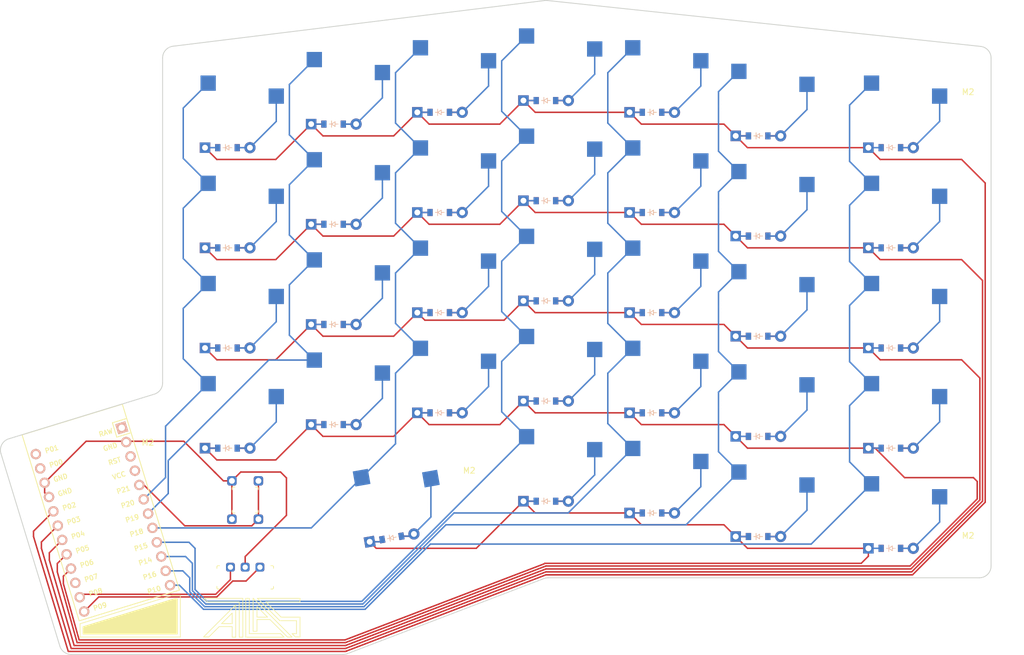
<source format=kicad_pcb>
(kicad_pcb (version 20241229) (generator "pcbnew") (generator_version "9.0")
  (title_block (title "atlasright") (rev "v1.0.0") (company "Unknown"))
  (layers (0 "F.Cu" signal) (2 "B.Cu" signal) (13 "F.Paste" user) (15 "B.Paste" user) (5 "F.SilkS" user "F.Silkscreen") (7 "B.SilkS" user "B.Silkscreen") (1 "F.Mask" user) (3 "B.Mask" user) (25 "Edge.Cuts" user))
  (net 0 "")
  (net 1 "P10")
  (net 2 "mirror_outer_mod")
  (net 3 "mirror_outer_bottom")
  (net 4 "mirror_outer_home")
  (net 5 "mirror_outer_top")
  (net 6 "mirror_outer_numbers")
  (net 7 "P16")
  (net 8 "mirror_pinky_mod")
  (net 9 "mirror_pinky_bottom")
  (net 10 "mirror_pinky_home")
  (net 11 "mirror_pinky_top")
  (net 12 "mirror_pinky_numbers")
  (net 13 "P14")
  (net 14 "mirror_ring_mod")
  (net 15 "mirror_ring_bottom")
  (net 16 "mirror_ring_home")
  (net 17 "mirror_ring_top")
  (net 18 "mirror_ring_numbers")
  (net 19 "P15")
  (net 20 "mirror_middle_mod")
  (net 21 "mirror_middle_bottom")
  (net 22 "mirror_middle_home")
  (net 23 "mirror_middle_top")
  (net 24 "mirror_middle_numbers")
  (net 25 "P18")
  (net 26 "mirror_index_bottom")
  (net 27 "mirror_index_home")
  (net 28 "mirror_index_top")
  (net 29 "mirror_index_numbers")
  (net 30 "P19")
  (net 31 "mirror_inner_bottom")
  (net 32 "mirror_inner_home")
  (net 33 "mirror_inner_top")
  (net 34 "mirror_inner_numbers")
  (net 35 "P20")
  (net 36 "mirror_inner2_bottom")
  (net 37 "mirror_inner2_home")
  (net 38 "mirror_inner2_top")
  (net 39 "mirror_inner2_numbers")
  (net 40 "mirror_default_default")
  (net 41 "P6")
  (net 42 "P5")
  (net 43 "P4")
  (net 44 "P3")
  (net 45 "P2")
  (net 46 "RAW")
  (net 47 "GND")
  (net 48 "RST")
  (net 49 "VCC")
  (net 50 "P21")
  (net 51 "P1")
  (net 52 "P0")
  (net 53 "P7")
  (net 54 "P8")
  (net 55 "P9")
  (footprint "ProMicro" (layer "F.Cu") (at 171.125585 149.114572 -72.949)
    (property "Reference" "MCU1" (hide yes))
    (property "Value" "" (hide yes))
  )
  (footprint "PG1350" (layer "F.Cu") (at 210.2444 110.984)
    (property "Reference" "S26" (hide yes))
    (property "Value" "" (hide yes))
  )
  (footprint "ComboDiode" (layer "F.Cu") (at 264.2444 147.984)
    (property "Reference" "D11" (hide yes))
    (property "Value" "" (hide yes))
  )
  (footprint "ComboDiode" (layer "F.Cu") (at 246.2444 128.984)
    (property "Reference" "D17" (hide yes))
    (property "Value" "" (hide yes))
  )
  (footprint "PG1350" (layer "F.Cu") (at 192.2444 80.984)
    (property "Reference" "S32" (hide yes))
    (property "Value" "" (hide yes))
  )
  (footprint "ComboDiode" (layer "F.Cu") (at 192.2444 102.984)
    (property "Reference" "D31" (hide yes))
    (property "Value" "" (hide yes))
  )
  (footprint "PG1350" (layer "F.Cu") (at 228.2444 91.984)
    (property "Reference" "S23" (hide yes))
    (property "Value" "" (hide yes))
  )
  (footprint "ComboDiode" (layer "F.Cu") (at 282.2444 100.984)
    (property "Reference" "D9" (hide yes))
    (property "Value" "" (hide yes))
  )
  (footprint "PG1350" (layer "F.Cu") (at 210.2444 93.984)
    (property "Reference" "S27" (hide yes))
    (property "Value" "" (hide yes))
  )
  (footprint "PG1350" (layer "F.Cu") (at 228.2444 125.984)
    (property "Reference" "S21" (hide yes))
    (property "Value" "" (hide yes))
  )
  (footprint "ComboDiode" (layer "F.Cu") (at 210.2444 98.984)
    (property "Reference" "D27" (hide yes))
    (property "Value" "" (hide yes))
  )
  (footprint "ComboDiode" (layer "F.Cu") (at 264.2444 79.984)
    (property "Reference" "D15" (hide yes))
    (property "Value" "" (hide yes))
  )
  (footprint "ComboDiode" (layer "F.Cu") (at 210.2444 81.984)
    (property "Reference" "D28" (hide yes))
    (property "Value" "" (hide yes))
  )
  (footprint "ComboDiode" (layer "F.Cu") (at 246.2444 145.984)
    (property "Reference" "D16" (hide yes))
    (property "Value" "" (hide yes))
  )
  (footprint "ComboDiode" (layer "F.Cu") (at 192.2444 85.984)
    (property "Reference" "D32" (hide yes))
    (property "Value" "" (hide yes))
  )
  (footprint "ComboDiode" (layer "F.Cu") (at 282.2444 151.984)
    (property "Reference" "D6" (hide yes))
    (property "Value" "" (hide yes))
  )
  (footprint "PG1350" (layer "F.Cu") (at 246.2444 89.984)
    (property "Reference" "S19" (hide yes))
    (property "Value" "" (hide yes))
  )
  (footprint "PG1350" (layer "F.Cu") (at 246.2444 140.984)
    (property "Reference" "S16" (hide yes))
    (property "Value" "" (hide yes))
  )
  (footprint "MountingHole:MountingHole_2.2mm_M2" (layer "F.Cu") (at 317.8444 154.984)
    (property "Reference" "M2")
    (property "Value" "MountingHole_2.2mm_M2")
  )
  (footprint "PG1350" (layer "F.Cu") (at 228.2444 108.984)
    (property "Reference" "S22" (hide yes))
    (property "Value" "" (hide yes))
  )
  (footprint "ComboDiode" (layer "F.Cu") (at 228.2444 130.984)
    (property "Reference" "D21" (hide yes))
    (property "Value" "" (hide yes))
  )
  (footprint "PG1350" (layer "F.Cu") (at 264.2444 91.984)
    (property "Reference" "S14" (hide yes))
    (property "Value" "" (hide yes))
  )
  (footprint "ComboDiode" (layer "F.Cu") (at 304.7444 153.984)
    (property "Reference" "D1" (hide yes))
    (property "Value" "" (hide yes))
  )
  (footprint "ComboDiode" (layer "F.Cu") (at 304.7444 119.984)
    (property "Reference" "D3" (hide yes))
    (property "Value" "" (hide yes))
  )
  (footprint "PG1350" (layer "F.Cu") (at 192.2444 131.984)
    (property "Reference" "S29" (hide yes))
    (property "Value" "" (hide yes))
  )
  (footprint "ComboDiode" (layer "F.Cu") (at 304.7444 85.984)
    (property "Reference" "D5" (hide yes))
    (property "Value" "" (hide yes))
  )
  (footprint "ComboDiode" (layer "F.Cu") (at 192.2444 136.984)
    (property "Reference" "D29" (hide yes))
    (property "Value" "" (hide yes))
  )
  (footprint "ComboDiode" (layer "F.Cu") (at 246.2444 111.984)
    (property "Reference" "D18" (hide yes))
    (property "Value" "" (hide yes))
  )
  (footprint "PG1350" (layer "F.Cu") (at 246.2444 106.984)
    (property "Reference" "S18" (hide yes))
    (property "Value" "" (hide yes))
  )
  (footprint "PG1350" (layer "F.Cu") (at 246.2444 72.984)
    (property "Reference" "S20" (hide yes))
    (property "Value" "" (hide yes))
  )
  (footprint "ComboDiode" (layer "F.Cu") (at 282.2444 134.984)
    (property "Reference" "D7" (hide yes))
    (property "Value" "" (hide yes))
  )
  (footprint "ComboDiode" (layer "F.Cu") (at 304.7444 136.984)
    (property "Reference" "D2" (hide yes))
    (property "Value" "" (hide yes))
  )
  (footprint "MountingHole:MountingHole_2.2mm_M2" (layer "F.Cu") (at 233.2444 137.284)
    (property "Reference" "M2")
    (property "Value" "MountingHole_2.2mm_M2")
  )
  (footprint "PG1350" (layer "F.Cu") (at 264.2444 74.984)
    (property "Reference" "S15" (hide yes))
    (property "Value" "" (hide yes))
  )
  (footprint "PG1350" (layer "F.Cu") (at 264.2444 125.984)
    (property "Reference" "S12" (hide yes))
    (property "Value" "" (hide yes))
  )
  (footprint "ComboDiode" (layer "F.Cu") (at 210.2444 115.984)
    (property "Reference" "D26" (hide yes))
    (property "Value" "" (hide yes))
  )
  (footprint "ComboDiode" (layer "F.Cu") (at 210.2444 132.984)
    (property "Reference" "D25" (hide yes))
    (property "Value" "" (hide yes))
  )
  (footprint "ComboDiode" (layer "F.Cu") (at 304.7444 102.984)
    (property "Reference" "D4" (hide yes))
    (property "Value" "" (hide yes))
  )
  (footprint "ComboDiode" (layer "F.Cu") (at 228.2444 79.984)
    (property "Reference" "D24" (hide yes))
    (property "Value" "" (hide yes))
  )
  (footprint "THQWGD001:THQWGD001C [4pin] #1" (layer "F.Cu") (at 195.2444 152.284 90)
    (property "Reference" "REF**" (hide yes))
    (property "Value" "THQWGD001 with Click #1" (hide yes))
  )
  (footprint "ComboDiode" (layer "F.Cu") (at 264.2444 96.984)
    (property "Reference" "D14" (hide yes))
    (property "Value" "" (hide yes))
  )
  (footprint "ComboDiode" (layer "F.Cu") (at 246.2444 77.984)
    (property "Reference" "D20" (hide yes))
    (property "Value" "" (hide yes))
  )
  (footprint "PG1350" (layer "F.Cu") (at 228.2444 74.984)
    (property "Reference" "S24" (hide yes))
    (property "Value" "" (hide yes))
  )
  (footprint "PG1350" (layer "F.Cu") (at 210.2444 127.984)
    (property "Reference" "S25" (hide yes))
    (property "Value" "" (hide yes))
  )
  (footprint "MountingHole:MountingHole_2.2mm_M2" (layer "F.Cu") (at 317.8444 72.984)
    (property "Reference" "M2")
    (property "Value" "MountingHole_2.2mm_M2")
  )
  (footprint "PG1350" (layer "F.Cu") (at 282.2444 146.984)
    (property "Reference" "S6" (hide yes))
    (property "Value" "" (hide yes))
  )
  (footprint "PG1350" (layer "F.Cu") (at 282.2444 78.984)
    (property "Reference" "S10" (hide yes))
    (property "Value" "" (hide yes))
  )
  (footprint "PG1350" (layer "F.Cu") (at 304.7444 80.984)
    (property "Reference" "S5" (hide yes))
    (property "Value" "" (hide yes))
  )
  (footprint "PG1350" (layer "F.Cu") (at 192.2444 114.984)
    (property "Reference" "S30" (hide yes))
    (property "Value" "" (hide yes))
  )
  (footprint "PG1350" (layer "F.Cu") (at 264.2444 142.984)
    (property "Reference" "S11" (hide yes))
    (property "Value" "" (hide yes))
  )
  (footprint "ComboDiode" (layer "F.Cu") (at 228.2444 96.984)
    (property "Reference" "D23" (hide yes))
    (property "Value" "" (hide yes))
  )
  (footprint "ComboDiode" (layer "F.Cu") (at 264.2444 113.984)
    (property "Reference" "D13" (hide yes))
    (property "Value" "" (hide yes))
  )
  (footprint "ComboDiode" (layer "F.Cu") (at 264.2444 130.984)
    (property "Reference" "D12" (hide yes))
    (property "Value" "" (hide yes))
  )
  (footprint "PG1350" (layer "F.Cu") (at 192.2444 97.984)
    (property "Reference" "S31" (hide yes))
    (property "Value" "" (hide yes))
  )
  (footprint "ComboDiode" (layer "F.Cu") (at 282.2444 83.984)
    (property "Reference" "D10" (hide yes))
    (property "Value" "" (hide yes))
  )
  (footprint "PG1350" (layer "F.Cu") (at 304.7444 97.984)
    (property "Reference" "S4" (hide yes))
    (property "Value" "" (hide yes))
  )
  (footprint "PG1350" (layer "F.Cu") (at 304.7444 114.984)
    (property "Reference" "S3" (hide yes))
    (property "Value" "" (hide yes))
  )
  (footprint "PG1350" (layer "F.Cu") (at 219.2444 147.284 10)
    (property "Reference" "S33" (hide yes))
    (property "Value" "" (hide yes))
  )
  (footprint "PG1350" (layer "F.Cu") (at 210.2444 76.984)
    (property "Reference" "S28" (hide yes))
    (property "Value" "" (hide yes))
  )
  (footprint "PG1350" (layer "F.Cu") (at 282.2444 112.984)
    (property "Reference" "S8" (hide yes))
    (property "Value" "" (hide yes))
  )
  (footprint "PG1350" (layer "F.Cu") (at 246.2444 123.984)
    (property "Reference" "S17" (hide yes))
    (property "Value" "" (hide yes))
  )
  (footprint "PG1350" (layer "F.Cu") (at 304.7444 131.984)
    (property "Reference" "S2" (hide yes))
    (property "Value" "" (hide yes))
  )
  (footprint "ComboDiode" (layer "F.Cu") (at 192.2444 119.984)
    (property "Reference" "D30" (hide yes))
    (property "Value" "" (hide yes))
  )
  (footprint "PG1350" (layer "F.Cu") (at 282.2444 129.984)
    (property "Reference" "S7" (hide yes))
    (property "Value" "" (hide yes))
  )
  (footprint "ComboDiode" (layer "F.Cu") (at 220.112641 152.208039 10)
    (property "Reference" "D33" (hide yes))
    (property "Value" "" (hide yes))
  )
  (footprint "MountingHole:MountingHole_2.2mm_M2" (layer "F.Cu") (at 178.7444 132.484)
    (property "Reference" "M2")
    (property "Value" "MountingHole_2.2mm_M2")
  )
  (footprint "ComboDiode" (layer "F.Cu") (at 246.2444 94.984)
    (property "Reference" "D19" (hide yes))
    (property "Value" "" (hide yes))
  )
  (footprint "PG1350" (layer "F.Cu") (at 282.2444 95.984)
    (property "Reference" "S9" (hide yes))
    (property "Value" "" (hide yes))
  )
  (footprint "ComboDiode" (layer "F.Cu") (at 282.2444 117.984)
    (property "Reference" "D8" (hide yes))
    (property "Value" "" (hide yes))
  )
  (footprint "PG1350" (layer "F.Cu") (at 304.7444 148.984)
    (property "Reference" "S1" (hide yes))
    (property "Value" "" (hide yes))
  )
  (footprint "ComboDiode" (layer "F.Cu") (at 228.2444 113.984)
    (property "Reference" "D22" (hide yes))
    (property "Value" "" (hide yes))
  )
  (footprint "PG1350" (layer "F.Cu") (at 264.2444 108.984)
    (property "Reference" "S13" (hide yes))
    (property "Value" "" (hide yes))
  )
  (gr_poly (pts (xy 193.0444 164.968) (xy 193.0444 166.768) (xy 191.2444 166.768)) (stroke (width 0.12)) (fill no) (layer "F.SilkS"))
  (gr_poly (pts (xy 196.5936 162.4442) (xy 196.5936 168.068) (xy 197.2444 168.068) (xy 197.2444 166.068) (xy 199.4444 166.068) (xy 202.4206 169.0442) (xy 203.1936 169.0442)) (stroke (width 0.12)) (fill no) (layer "F.SilkS"))
  (gr_line (start 204.5444 163.068) (end 198.7444 163.068) (stroke (width 0.12)) (layer "F.SilkS"))
  (gr_line (start 204.5444 169.0116) (end 203.7456 169.0116) (stroke (width 0.12)) (layer "F.SilkS"))
  (gr_poly (pts (xy 183.7444 162.534) (xy 183.2444 162.534) (xy 167.7444 167.284) (xy 167.7444 168.534) (xy 183.7444 168.534)) (stroke (width 0.12)) (fill yes) (layer "F.SilkS"))
  (gr_line (start 203.2056 168.468) (end 203.9444 168.468) (stroke (width 0.12)) (layer "F.SilkS"))
  (gr_poly (pts (xy 197.2444 163.868) (xy 197.2444 165.668) (xy 199.0444 165.668)) (stroke (width 0.12)) (fill no) (layer "F.SilkS"))
  (gr_line (start 182.877364 161.976276) (end 184.2444 161.975706) (stroke (width 0.12)) (layer "F.SilkS"))
  (gr_line (start 197.3244 162.468) (end 204.5444 162.468) (stroke (width 0.12)) (layer "F.SilkS"))
  (gr_line (start 167.2444 166.784) (end 167.2444 169.034) (stroke (width 0.12)) (layer "F.SilkS"))
  (gr_poly (pts (xy 193.6444 163.568) (xy 193.6444 169.068) (xy 193.0444 169.068) (xy 193.0444 167.268) (xy 190.8444 167.268) (xy 189.0936 169.0188) (xy 188.1936 169.0188)) (stroke (width 0.12)) (fill no) (layer "F.SilkS"))
  (gr_line (start 182.877365 161.976276) (end 167.2444 166.784) (stroke (width 0.12)) (layer "F.SilkS"))
  (gr_line (start 201.1244 166.268) (end 197.3244 162.468) (stroke (width 0.12)) (layer "F.SilkS"))
  (gr_poly (pts (xy 201.8444 169.068) (xy 201.2444 168.468) (xy 195.9444 168.468) (xy 195.9444 162.468) (xy 195.3444 162.468) (xy 195.3444 169.068)) (stroke (width 0.12)) (fill no) (layer "F.SilkS"))
  (gr_line (start 201.1244 166.268) (end 203.9444 166.268) (stroke (width 0.12)) (layer "F.SilkS"))
  (gr_line (start 204.5444 162.468) (end 204.5444 163.068) (stroke (width 0.12)) (layer "F.SilkS"))
  (gr_line (start 203.7456 169.0116) (end 203.2056 168.468) (stroke (width 0.12)) (layer "F.SilkS"))
  (gr_line (start 203.9444 168.468) (end 203.9444 166.268) (stroke (width 0.12)) (layer "F.SilkS"))
  (gr_line (start 184.2444 169.034) (end 184.2444 161.975706) (stroke (width 0.12)) (layer "F.SilkS"))
  (gr_line (start 167.2444 169.034) (end 184.2444 169.034) (stroke (width 0.12)) (layer "F.SilkS"))
  (gr_line (start 201.3444 165.668) (end 204.5444 165.668) (stroke (width 0.12)) (layer "F.SilkS"))
  (gr_line (start 204.5444 165.668) (end 204.5444 169.0116) (stroke (width 0.12)) (layer "F.SilkS"))
  (gr_line (start 198.7444 163.068) (end 201.3444 165.668) (stroke (width 0.12)) (layer "F.SilkS"))
  (gr_poly (pts (xy 188.2444 162.468) (xy 188.8444 163.068) (xy 194.2444 163.068) (xy 194.2444 169.068) (xy 194.8444 169.068) (xy 194.8444 162.468)) (stroke (width 0.12)) (fill no) (layer "F.SilkS"))
  (gr_arc (start 245.89944 159.115896) (mid 246.25054 159.017253) (end 246.613715 158.984) (stroke (width 0.15)) (layer "Edge.Cuts"))
  (gr_arc (start 319.955141 68.79441) (mid 321.231265 69.445642) (end 321.7444 70.783276) (stroke (width 0.15)) (layer "Edge.Cuts"))
  (gr_arc (start 321.7444 156.984) (mid 321.158614 158.398214) (end 319.7444 158.984) (stroke (width 0.15)) (layer "Edge.Cuts"))
  (gr_line (start 321.7444 156.984) (end 321.7444 70.783276) (stroke (width 0.15)) (layer "Edge.Cuts"))
  (gr_arc (start 246.017095 61.011976) (mid 246.244511 60.997069) (end 246.472146 61.008132) (stroke (width 0.15)) (layer "Edge.Cuts"))
  (gr_line (start 153.82799 137.893929) (end 163.811867 170.568437) (stroke (width 0.15)) (layer "Edge.Cuts"))
  (gr_line (start 246.613715 158.984) (end 319.7444 158.984) (stroke (width 0.15)) (layer "Edge.Cuts"))
  (gr_line (start 181.2444 70.752937) (end 181.2444 125.906075) (stroke (width 0.15)) (layer "Edge.Cuts"))
  (gr_line (start 212.58936 171.852104) (end 245.89944 159.115896) (stroke (width 0.15)) (layer "Edge.Cuts"))
  (gr_arc (start 181.2444 70.752937) (mid 181.746284 69.427891) (end 183.00009 68.767915) (stroke (width 0.15)) (layer "Edge.Cuts"))
  (gr_line (start 165.72457 171.984) (end 211.875085 171.984) (stroke (width 0.15)) (layer "Edge.Cuts"))
  (gr_arc (start 153.82799 137.893929) (mid 153.974272 136.371551) (end 155.153481 135.397639) (stroke (width 0.15)) (layer "Edge.Cuts"))
  (gr_arc (start 165.72457 171.984) (mid 164.53481 171.591607) (end 163.811867 170.568437) (stroke (width 0.15)) (layer "Edge.Cuts"))
  (gr_line (start 246.017094 61.011976) (end 183.00009 68.767915) (stroke (width 0.15)) (layer "Edge.Cuts"))
  (gr_arc (start 181.2444 125.906075) (mid 180.852891 127.094695) (end 179.831612 127.817928) (stroke (width 0.15)) (layer "Edge.Cuts"))
  (gr_line (start 319.955141 68.79441) (end 246.472146 61.008132) (stroke (width 0.15)) (layer "Edge.Cuts"))
  (gr_arc (start 212.58936 171.852104) (mid 212.23826 171.950747) (end 211.875085 171.984) (stroke (width 0.15)) (layer "Edge.Cuts"))
  (gr_line (start 179.831612 127.817928) (end 155.153481 135.397639) (stroke (width 0.15)) (layer "Edge.Cuts"))
  (segment (start 182.506964 160.23615) (end 184.08312 160.23615) (width 0.25) (layer "B.Cu") (net 1))
  (segment (start 297.7444 78.759) (end 297.7444 88.309) (width 0.25) (layer "B.Cu") (net 1))
  (segment (start 215.57983 164.337) (end 226.65433 153.2625) (width 0.25) (layer "B.Cu") (net 1))
  (segment (start 297.7444 112.759) (end 297.7444 122.309) (width 0.25) (layer "B.Cu") (net 1))
  (segment (start 301.4694 109.034) (end 297.7444 112.759) (width 0.25) (layer "B.Cu") (net 1))
  (segment (start 301.4694 75.034) (end 297.7444 78.759) (width 0.25) (layer "B.Cu") (net 1))
  (segment (start 184.08312 160.23615) (end 188.18397 164.337) (width 0.25) (layer "B.Cu") (net 1))
  (segment (start 291.2409 153.2625) (end 301.4694 143.034) (width 0.25) (layer "B.Cu") (net 1))
  (segment (start 297.7444 122.309) (end 301.4694 126.034) (width 0.25) (layer "B.Cu") (net 1))
  (segment (start 226.65433 153.2625) (end 291.2409 153.2625) (width 0.25) (layer "B.Cu") (net 1))
  (segment (start 188.18397 164.337) (end 215.57983 164.337) (width 0.25) (layer "B.Cu") (net 1))
  (segment (start 297.7444 88.309) (end 301.4694 92.034) (width 0.25) (layer "B.Cu") (net 1))
  (segment (start 297.7444 129.759) (end 297.7444 139.309) (width 0.25) (layer "B.Cu") (net 1))
  (segment (start 301.4694 126.034) (end 297.7444 129.759) (width 0.25) (layer "B.Cu") (net 1))
  (segment (start 297.7444 139.309) (end 301.4694 143.034) (width 0.25) (layer "B.Cu") (net 1))
  (segment (start 297.7444 95.759) (end 297.7444 105.309) (width 0.25) (layer "B.Cu") (net 1))
  (segment (start 297.7444 105.309) (end 301.4694 109.034) (width 0.25) (layer "B.Cu") (net 1))
  (segment (start 301.4694 92.034) (end 297.7444 95.759) (width 0.25) (layer "B.Cu") (net 1))
  (segment (start 308.5544 153.984) (end 306.3944 153.984) (width 0.25) (layer "F.Cu") (net 2))
  (segment (start 313.0194 149.519) (end 313.0194 145.234) (width 0.25) (layer "B.Cu") (net 2))
  (segment (start 306.3944 153.984) (end 308.5544 153.984) (width 0.25) (layer "B.Cu") (net 2))
  (segment (start 308.5544 153.984) (end 313.0194 149.519) (width 0.25) (layer "B.Cu") (net 2))
  (segment (start 306.3944 136.984) (end 308.5544 136.984) (width 0.25) (layer "F.Cu") (net 3))
  (segment (start 306.3944 136.984) (end 308.5544 136.984) (width 0.25) (layer "B.Cu") (net 3))
  (segment (start 313.0194 132.519) (end 313.0194 128.234) (width 0.25) (layer "B.Cu") (net 3))
  (segment (start 308.5544 136.984) (end 313.0194 132.519) (width 0.25) (layer "B.Cu") (net 3))
  (segment (start 306.3944 119.984) (end 308.5544 119.984) (width 0.25) (layer "F.Cu") (net 4))
  (segment (start 308.5544 119.984) (end 306.3944 119.984) (width 0.25) (layer "B.Cu") (net 4))
  (segment (start 313.0194 115.519) (end 313.0194 111.234) (width 0.25) (layer "B.Cu") (net 4))
  (segment (start 308.5544 119.984) (end 313.0194 115.519) (width 0.25) (layer "B.Cu") (net 4))
  (segment (start 306.3944 102.984) (end 308.5544 102.984) (width 0.25) (layer "F.Cu") (net 5))
  (segment (start 308.5544 102.984) (end 313.0194 98.519) (width 0.25) (layer "B.Cu") (net 5))
  (segment (start 308.5544 102.984) (end 306.3944 102.984) (width 0.25) (layer "B.Cu") (net 5))
  (segment (start 313.0194 98.519) (end 313.0194 94.234) (width 0.25) (layer "B.Cu") (net 5))
  (segment (start 306.3944 85.984) (end 308.5544 85.984) (width 0.25) (layer "F.Cu") (net 6))
  (segment (start 308.5544 85.984) (end 306.3944 85.984) (width 0.25) (layer "B.Cu") (net 6))
  (segment (start 308.5544 85.984) (end 313.0194 81.519) (width 0.25) (layer "B.Cu") (net 6))
  (segment (start 313.0194 81.519) (end 313.0194 77.234) (width 0.25) (layer "B.Cu") (net 6))
  (segment (start 278.9694 141.034) (end 270.0194 149.984) (width 0.25) (layer "B.Cu") (net 7))
  (segment (start 275.5175 120.5821) (end 275.5175 110.4859) (width 0.25) (layer "B.Cu") (net 7))
  (segment (start 185.8424 158.984) (end 184.666198 157.807798) (width 0.25) (layer "B.Cu") (net 7))
  (segment (start 278.9694 141.034) (end 275.5175 137.5821) (width 0.25) (layer "B.Cu") (net 7))
  (segment (start 275.5175 86.5821) (end 275.5175 76.4859) (width 0.25) (layer "B.Cu") (net 7))
  (segment (start 270.0194 149.984) (end 229.29502 149.984) (width 0.25) (layer "B.Cu") (net 7))
  (segment (start 275.5175 93.4859) (end 278.9694 90.034) (width 0.25) (layer "B.Cu") (net 7))
  (segment (start 275.5175 76.4859) (end 278.9694 73.034) (width 0.25) (layer "B.Cu") (net 7))
  (segment (start 188.37078 163.886) (end 185.8424 161.35762) (width 0.25) (layer "B.Cu") (net 7))
  (segment (start 275.5175 110.4859) (end 278.9694 107.034) (width 0.25) (layer "B.Cu") (net 7))
  (segment (start 278.9694 90.034) (end 275.5175 86.5821) (width 0.25) (layer "B.Cu") (net 7))
  (segment (start 278.9694 124.034) (end 275.5175 120.5821) (width 0.25) (layer "B.Cu") (net 7))
  (segment (start 184.666198 157.807798) (end 181.762178 157.807798) (width 0.25) (layer "B.Cu") (net 7))
  (segment (start 185.8424 161.35762) (end 185.8424 158.984) (width 0.25) (layer "B.Cu") (net 7))
  (segment (start 275.5175 137.5821) (end 275.5175 127.4859) (width 0.25) (layer "B.Cu") (net 7))
  (segment (start 275.5175 127.4859) (end 278.9694 124.034) (width 0.25) (layer "B.Cu") (net 7))
  (segment (start 275.5175 103.5821) (end 275.5175 93.4859) (width 0.25) (layer "B.Cu") (net 7))
  (segment (start 215.39302 163.886) (end 188.37078 163.886) (width 0.25) (layer "B.Cu") (net 7))
  (segment (start 278.9694 107.034) (end 275.5175 103.5821) (width 0.25) (layer "B.Cu") (net 7))
  (segment (start 229.29502 149.984) (end 215.39302 163.886) (width 0.25) (layer "B.Cu") (net 7))
  (segment (start 286.0544 151.984) (end 283.8944 151.984) (width 0.25) (layer "F.Cu") (net 8))
  (segment (start 283.8944 151.984) (end 286.0544 151.984) (width 0.25) (layer "B.Cu") (net 8))
  (segment (start 286.0544 151.984) (end 290.5194 147.519) (width 0.25) (layer "B.Cu") (net 8))
  (segment (start 290.5194 147.519) (end 290.5194 143.234) (width 0.25) (layer "B.Cu") (net 8))
  (segment (start 283.8944 134.984) (end 286.0544 134.984) (width 0.25) (layer "F.Cu") (net 9))
  (segment (start 286.0544 134.984) (end 290.5194 130.519) (width 0.25) (layer "B.Cu") (net 9))
  (segment (start 290.5194 130.519) (end 290.5194 126.234) (width 0.25) (layer "B.Cu") (net 9))
  (segment (start 283.8944 134.984) (end 286.0544 134.984) (width 0.25) (layer "B.Cu") (net 9))
  (segment (start 283.8944 117.984) (end 286.0544 117.984) (width 0.25) (layer "F.Cu") (net 10))
  (segment (start 290.5194 113.519) (end 290.5194 109.234) (width 0.25) (layer "B.Cu") (net 10))
  (segment (start 283.8944 117.984) (end 286.0544 117.984) (width 0.25) (layer "B.Cu") (net 10))
  (segment (start 286.0544 117.984) (end 290.5194 113.519) (width 0.25) (layer "B.Cu") (net 10))
  (segment (start 283.8944 100.984) (end 286.0544 100.984) (width 0.25) (layer "F.Cu") (net 11))
  (segment (start 290.5194 96.519) (end 290.5194 92.234) (width 0.25) (layer "B.Cu") (net 11))
  (segment (start 283.8944 100.984) (end 286.0544 100.984) (width 0.25) (layer "B.Cu") (net 11))
  (segment (start 286.0544 100.984) (end 290.5194 96.519) (width 0.25) (layer "B.Cu") (net 11))
  (segment (start 286.0544 83.984) (end 283.8944 83.984) (width 0.25) (layer "F.Cu") (net 12))
  (segment (start 286.0544 83.984) (end 290.5194 79.519) (width 0.25) (layer "B.Cu") (net 12))
  (segment (start 290.5194 79.519) (end 290.5194 75.234) (width 0.25) (layer "B.Cu") (net 12))
  (segment (start 283.8944 83.984) (end 286.0544 83.984) (width 0.25) (layer "B.Cu") (net 12))
  (segment (start 250.0194 147.984) (end 230.65721 147.984) (width 0.25) (layer "B.Cu") (net 13))
  (segment (start 188.55759 163.435) (end 186.2934 161.17081) (width 0.25) (layer "B.Cu") (net 13))
  (segment (start 230.65721 147.984) (end 215.20621 163.435) (width 0.25) (layer "B.Cu") (net 13))
  (segment (start 215.20621 163.435) (end 188.55759 163.435) (width 0.25) (layer "B.Cu") (net 13))
  (segment (start 260.9694 86.034) (end 256.7444 90.259) (width 0.25) (layer "B.Cu") (net 13))
  (segment (start 260.9694 69.034) (end 256.7444 73.259) (width 0.25) (layer "B.Cu") (net 13))
  (segment (start 256.7444 124.259) (end 256.7444 132.809) (width 0.25) (layer "B.Cu") (net 13))
  (segment (start 186.2934 161.17081) (end 186.2934 156.533) (width 0.25) (layer "B.Cu") (net 13))
  (segment (start 256.7444 115.809) (end 260.9694 120.034) (width 0.25) (layer "B.Cu") (net 13))
  (segment (start 256.7444 98.809) (end 260.9694 103.034) (width 0.25) (layer "B.Cu") (net 13))
  (segment (start 256.7444 132.809) (end 260.9694 137.034) (width 0.25) (layer "B.Cu") (net 13))
  (segment (start 260.9694 103.034) (end 256.7444 107.259) (width 0.25) (layer "B.Cu") (net 13))
  (segment (start 256.7444 81.809) (end 260.9694 86.034) (width 0.25) (layer "B.Cu") (net 13))
  (segment (start 186.2934 156.533) (end 185.139846 155.379446) (width 0.25) (layer "B.Cu") (net 13))
  (segment (start 260.9694 120.034) (end 256.7444 124.259) (width 0.25) (layer "B.Cu") (net 13))
  (segment (start 256.7444 73.259) (end 256.7444 81.809) (width 0.25) (layer "B.Cu") (net 13))
  (segment (start 260.9694 137.034) (end 250.0194 147.984) (width 0.25) (layer "B.Cu") (net 13))
  (segment (start 256.7444 90.259) (end 256.7444 98.809) (width 0.25) (layer "B.Cu") (net 13))
  (segment (start 185.139846 155.379446) (end 181.017392 155.379446) (width 0.25) (layer "B.Cu") (net 13))
  (segment (start 256.7444 107.259) (end 256.7444 115.809) (width 0.25) (layer "B.Cu") (net 13))
  (segment (start 265.8944 147.984) (end 268.0544 147.984) (width 0.25) (layer "F.Cu") (net 14))
  (segment (start 265.8944 147.984) (end 268.0544 147.984) (width 0.25) (layer "B.Cu") (net 14))
  (segment (start 272.5194 143.519) (end 272.5194 139.234) (width 0.25) (layer "B.Cu") (net 14))
  (segment (start 268.0544 147.984) (end 272.5194 143.519) (width 0.25) (layer "B.Cu") (net 14))
  (segment (start 265.8944 130.984) (end 268.0544 130.984) (width 0.25) (layer "F.Cu") (net 15))
  (segment (start 268.0544 130.984) (end 265.8944 130.984) (width 0.25) (layer "B.Cu") (net 15))
  (segment (start 272.5194 126.519) (end 272.5194 122.234) (width 0.25) (layer "B.Cu") (net 15))
  (segment (start 268.0544 130.984) (end 272.5194 126.519) (width 0.25) (layer "B.Cu") (net 15))
  (segment (start 265.8944 113.984) (end 268.0544 113.984) (width 0.25) (layer "F.Cu") (net 16))
  (segment (start 272.5194 109.519) (end 272.5194 105.234) (width 0.25) (layer "B.Cu") (net 16))
  (segment (start 268.0544 113.984) (end 272.5194 109.519) (width 0.25) (layer "B.Cu") (net 16))
  (segment (start 265.8944 113.984) (end 268.0544 113.984) (width 0.25) (layer "B.Cu") (net 16))
  (segment (start 265.8944 96.984) (end 268.0544 96.984) (width 0.25) (layer "F.Cu") (net 17))
  (segment (start 265.8944 96.984) (end 268.0544 96.984) (width 0.25) (layer "B.Cu") (net 17))
  (segment (start 272.5194 92.519) (end 272.5194 88.234) (width 0.25) (layer "B.Cu") (net 17))
  (segment (start 268.0544 96.984) (end 272.5194 92.519) (width 0.25) (layer "B.Cu") (net 17))
  (segment (start 268.0544 79.984) (end 265.8944 79.984) (width 0.25) (layer "F.Cu") (net 18))
  (segment (start 265.8944 79.984) (end 268.0544 79.984) (width 0.25) (layer "B.Cu") (net 18))
  (segment (start 272.5194 75.519) (end 272.5194 71.234) (width 0.25) (layer "B.Cu") (net 18))
  (segment (start 268.0544 79.984) (end 272.5194 75.519) (width 0.25) (layer "B.Cu") (net 18))
  (segment (start 186.7444 160.984) (end 186.7444 153.984) (width 0.25) (layer "B.Cu") (net 19))
  (segment (start 238.7444 130.809) (end 242.9694 135.034) (width 0.25) (layer "B.Cu") (net 19))
  (segment (start 238.7444 113.809) (end 242.9694 118.034) (width 0.25) (layer "B.Cu") (net 19))
  (segment (start 188.7444 162.984) (end 186.7444 160.984) (width 0.25) (layer "B.Cu") (net 19))
  (segment (start 238.7444 88.259) (end 238.7444 96.809) (width 0.25) (layer "B.Cu") (net 19))
  (segment (start 238.7444 79.809) (end 242.9694 84.034) (width 0.25) (layer "B.Cu") (net 19))
  (segment (start 242.9694 84.034) (end 238.7444 88.259) (width 0.25) (layer "B.Cu") (net 19))
  (segment (start 186.7444 153.984) (end 185.711495 152.951095) (width 0.25) (layer "B.Cu") (net 19))
  (segment (start 215.0194 162.984) (end 188.7444 162.984) (width 0.25) (layer "B.Cu") (net 19))
  (segment (start 242.9694 118.034) (end 238.7444 122.259) (width 0.25) (layer "B.Cu") (net 19))
  (segment (start 185.711495 152.951095) (end 180.272606 152.951095) (width 0.25) (layer "B.Cu") (net 19))
  (segment (start 242.9694 101.034) (end 238.7444 105.259) (width 0.25) (layer "B.Cu") (net 19))
  (segment (start 242.9694 67.034) (end 238.7444 71.259) (width 0.25) (layer "B.Cu") (net 19))
  (segment (start 238.7444 96.809) (end 242.9694 101.034) (width 0.25) (layer "B.Cu") (net 19))
  (segment (start 238.7444 71.259) (end 238.7444 79.809) (width 0.25) (layer "B.Cu") (net 19))
  (segment (start 242.9694 135.034) (end 215.0194 162.984) (width 0.25) (layer "B.Cu") (net 19))
  (segment (start 238.7444 122.259) (end 238.7444 130.809) (width 0.25) (layer "B.Cu") (net 19))
  (segment (start 238.7444 105.259) (end 238.7444 113.809) (width 0.25) (layer "B.Cu") (net 19))
  (segment (start 247.8944 145.984) (end 250.0544 145.984) (width 0.25) (layer "F.Cu") (net 20))
  (segment (start 254.5194 141.519) (end 254.5194 137.234) (width 0.25) (layer "B.Cu") (net 20))
  (segment (start 250.0544 145.984) (end 254.5194 141.519) (width 0.25) (layer "B.Cu") (net 20))
  (segment (start 250.0544 145.984) (end 247.8944 145.984) (width 0.25) (layer "B.Cu") (net 20))
  (segment (start 247.8944 128.984) (end 250.0544 128.984) (width 0.25) (layer "F.Cu") (net 21))
  (segment (start 247.8944 128.984) (end 250.0544 128.984) (width 0.25) (layer "B.Cu") (net 21))
  (segment (start 250.0544 128.984) (end 254.5194 124.519) (width 0.25) (layer "B.Cu") (net 21))
  (segment (start 254.5194 124.519) (end 254.5194 120.234) (width 0.25) (layer "B.Cu") (net 21))
  (segment (start 247.8944 111.984) (end 250.0544 111.984) (width 0.25) (layer "F.Cu") (net 22))
  (segment (start 247.8944 111.984) (end 250.0544 111.984) (width 0.25) (layer "B.Cu") (net 22))
  (segment (start 250.0544 111.984) (end 254.5194 107.519) (width 0.25) (layer "B.Cu") (net 22))
  (segment (start 254.5194 107.519) (end 254.5194 103.234) (width 0.25) (layer "B.Cu") (net 22))
  (segment (start 247.8944 94.984) (end 250.0544 94.984) (width 0.25) (layer "F.Cu") (net 23))
  (segment (start 250.0544 94.984) (end 254.5194 90.519) (width 0.25) (layer "B.Cu") (net 23))
  (segment (start 254.5194 90.519) (end 254.5194 86.234) (width 0.25) (layer "B.Cu") (net 23))
  (segment (start 247.8944 94.984) (end 250.0544 94.984) (width 0.25) (layer "B.Cu") (net 23))
  (segment (start 250.0544 77.984) (end 247.8944 77.984) (width 0.25) (layer "F.Cu") (net 24))
  (segment (start 247.8944 77.984) (end 250.0544 77.984) (width 0.25) (layer "B.Cu") (net 24))
  (segment (start 250.0544 77.984) (end 254.5194 73.519) (width 0.25) (layer "B.Cu") (net 24))
  (segment (start 254.5194 73.519) (end 254.5194 69.234) (width 0.25) (layer "B.Cu") (net 24))
  (segment (start 224.9694 69.034) (end 220.7444 73.259) (width 0.25) (layer "B.Cu") (net 25))
  (segment (start 220.7444 136.23464) (end 214.985948 141.993092) (width 0.25) (layer "B.Cu") (net 25))
  (segment (start 220.7444 81.809) (end 224.9694 86.034) (width 0.25) (layer "B.Cu") (net 25))
  (segment (start 224.9694 86.034) (end 220.7444 90.259) (width 0.25) (layer "B.Cu") (net 25))
  (segment (start 224.9694 103.034) (end 220.7444 107.259) (width 0.25) (layer "B.Cu") (net 25))
  (segment (start 206.456298 150.522742) (end 179.527821 150.522742) (width 0.25) (layer "B.Cu") (net 25))
  (segment (start 220.7444 124.259) (end 220.7444 136.23464) (width 0.25) (layer "B.Cu") (net 25))
  (segment (start 220.7444 115.809) (end 224.9694 120.034) (width 0.25) (layer "B.Cu") (net 25))
  (segment (start 224.9694 120.034) (end 220.7444 124.259) (width 0.25) (layer "B.Cu") (net 25))
  (segment (start 220.7444 90.259) (end 220.7444 98.809) (width 0.25) (layer "B.Cu") (net 25))
  (segment (start 220.7444 107.259) (end 220.7444 115.809) (width 0.25) (layer "B.Cu") (net 25))
  (segment (start 214.985948 141.993092) (end 206.456298 150.522742) (width 0.25) (layer "B.Cu") (net 25))
  (segment (start 220.7444 73.259) (end 220.7444 81.809) (width 0.25) (layer "B.Cu") (net 25))
  (segment (start 220.7444 98.809) (end 224.9694 103.034) (width 0.25) (layer "B.Cu") (net 25))
  (segment (start 229.8944 130.984) (end 232.0544 130.984) (width 0.25) (layer "F.Cu") (net 26))
  (segment (start 229.8944 130.984) (end 232.0544 130.984) (width 0.25) (layer "B.Cu") (net 26))
  (segment (start 236.5194 126.519) (end 236.5194 122.234) (width 0.25) (layer "B.Cu") (net 26))
  (segment (start 232.0544 130.984) (end 236.5194 126.519) (width 0.25) (layer "B.Cu") (net 26))
  (segment (start 229.8944 113.984) (end 232.0544 113.984) (width 0.25) (layer "F.Cu") (net 27))
  (segment (start 229.8944 113.984) (end 232.0544 113.984) (width 0.25) (layer "B.Cu") (net 27))
  (segment (start 236.5194 109.519) (end 236.5194 105.234) (width 0.25) (layer "B.Cu") (net 27))
  (segment (start 232.0544 113.984) (end 236.5194 109.519) (width 0.25) (layer "B.Cu") (net 27))
  (segment (start 229.8944 96.984) (end 232.0544 96.984) (width 0.25) (layer "F.Cu") (net 28))
  (segment (start 229.8944 96.984) (end 232.0544 96.984) (width 0.25) (layer "B.Cu") (net 28))
  (segment (start 232.0544 96.984) (end 236.5194 92.519) (width 0.25) (layer "B.Cu") (net 28))
  (segment (start 236.5194 92.519) (end 236.5194 88.234) (width 0.25) (layer "B.Cu") (net 28))
  (segment (start 232.0544 79.984) (end 229.8944 79.984) (width 0.25) (layer "F.Cu") (net 29))
  (segment (start 232.0544 79.984) (end 236.5194 75.519) (width 0.25) (layer "B.Cu") (net 29))
  (segment (start 236.5194 75.519) (end 236.5194 71.234) (width 0.25) (layer "B.Cu") (net 29))
  (segment (start 229.8944 79.984) (end 232.0544 79.984) (width 0.25) (layer "B.Cu") (net 29))
  (segment (start 182.1954 144.682024) (end 178.783034 148.09439) (width 0.25) (layer "B.Cu") (net 30))
  (segment (start 202.7444 100.809) (end 206.9694 105.034) (width 0.25) (layer "B.Cu") (net 30))
  (segment (start 182.1954 139.076587) (end 199.237987 122.034) (width 0.25) (layer "B.Cu") (net 30))
  (segment (start 202.7444 92.259) (end 202.7444 100.809) (width 0.25) (layer "B.Cu") (net 30))
  (segment (start 206.9694 88.034) (end 202.7444 92.259) (width 0.25) (layer "B.Cu") (net 30))
  (segment (start 202.7444 117.809) (end 206.9694 122.034) (width 0.25) (layer "B.Cu") (net 30))
  (segment (start 202.7444 83.809) (end 206.9694 88.034) (width 0.25) (layer "B.Cu") (net 30))
  (segment (start 202.7444 109.259) (end 202.7444 117.809) (width 0.25) (layer "B.Cu") (net 30))
  (segment (start 202.7444 75.259) (end 202.7444 83.809) (width 0.25) (layer "B.Cu") (net 30))
  (segment (start 206.9694 71.034) (end 202.7444 75.259) (width 0.25) (layer "B.Cu") (net 30))
  (segment (start 199.237987 122.034) (end 206.9694 122.034) (width 0.25) (layer "B.Cu") (net 30))
  (segment (start 206.9694 105.034) (end 202.7444 109.259) (width 0.25) (layer "B.Cu") (net 30))
  (segment (start 182.1954 139.076587) (end 182.1954 144.682024) (width 0.25) (layer "B.Cu") (net 30))
  (segment (start 211.8944 132.984) (end 214.0544 132.984) (width 0.25) (layer "F.Cu") (net 31))
  (segment (start 214.0544 132.984) (end 218.5194 128.519) (width 0.25) (layer "B.Cu") (net 31))
  (segment (start 218.5194 128.519) (end 218.5194 124.234) (width 0.25) (layer "B.Cu") (net 31))
  (segment (start 211.8944 132.984) (end 214.0544 132.984) (width 0.25) (layer "B.Cu") (net 31))
  (segment (start 211.8944 115.984) (end 214.0544 115.984) (width 0.25) (layer "F.Cu") (net 32))
  (segment (start 214.0544 115.984) (end 218.5194 111.519) (width 0.25) (layer "B.Cu") (net 32))
  (segment (start 218.5194 111.519) (end 218.5194 107.234) (width 0.25) (layer "B.Cu") (net 32))
  (segment (start 211.8944 115.984) (end 214.0544 115.984) (width 0.25) (layer "B.Cu") (net 32))
  (segment (start 211.8944 98.984) (end 214.0544 98.984) (width 0.25) (layer "F.Cu") (net 33))
  (segment (start 218.5194 90.234) (end 218.5194 94.519) (width 0.25) (layer "B.Cu") (net 33))
  (segment (start 211.8944 98.984) (end 214.0544 98.984) (width 0.25) (layer "B.Cu") (net 33))
  (segment (start 218.5194 94.519) (end 214.0544 98.984) (width 0.25) (layer "B.Cu") (net 33))
  (segment (start 214.0544 81.984) (end 211.8944 81.984) (width 0.25) (layer "F.Cu") (net 34))
  (segment (start 218.5194 77.519) (end 214.0544 81.984) (width 0.25) (layer "B.Cu") (net 34))
  (segment (start 218.5194 73.234) (end 218.5194 77.519) (width 0.25) (layer "B.Cu") (net 34))
  (segment (start 211.8944 81.984) (end 214.0544 81.984) (width 0.25) (layer "B.Cu") (net 34))
  (segment (start 188.9694 75.034) (end 184.7444 79.259) (width 0.25) (layer "B.Cu") (net 35))
  (segment (start 181.7444 133.259) (end 181.7444 141.959886) (width 0.25) (layer "B.Cu") (net 35))
  (segment (start 188.9694 92.034) (end 184.7444 96.259) (width 0.25) (layer "B.Cu") (net 35))
  (segment (start 184.7444 121.809) (end 184.7444 113.259) (width 0.25) (layer "B.Cu") (net 35))
  (segment (start 188.9694 126.034) (end 184.7444 121.809) (width 0.25) (layer "B.Cu") (net 35))
  (segment (start 184.7444 87.809) (end 188.9694 92.034) (width 0.25) (layer "B.Cu") (net 35))
  (segment (start 184.7444 96.259) (end 184.7444 104.809) (width 0.25) (layer "B.Cu") (net 35))
  (segment (start 184.7444 104.809) (end 188.9694 109.034) (width 0.25) (layer "B.Cu") (net 35))
  (segment (start 184.7444 113.259) (end 188.9694 109.034) (width 0.25) (layer "B.Cu") (net 35))
  (segment (start 184.7444 79.259) (end 184.7444 87.809) (width 0.25) (layer "B.Cu") (net 35))
  (segment (start 188.9694 126.034) (end 181.7444 133.259) (width 0.25) (layer "B.Cu") (net 35))
  (segment (start 181.7444 141.959886) (end 178.038248 145.666038) (width 0.25) (layer "B.Cu") (net 35))
  (segment (start 193.8944 136.984) (end 196.0544 136.984) (width 0.25) (layer "F.Cu") (net 36))
  (segment (start 200.5194 128.234) (end 200.5194 132.519) (width 0.25) (layer "B.Cu") (net 36))
  (segment (start 200.5194 132.519) (end 196.0544 136.984) (width 0.25) (layer "B.Cu") (net 36))
  (segment (start 193.8944 136.984) (end 196.0544 136.984) (width 0.25) (layer "B.Cu") (net 36))
  (segment (start 193.8944 119.984) (end 196.0544 119.984) (width 0.25) (layer "F.Cu") (net 37))
  (segment (start 200.5194 115.519) (end 200.5194 111.234) (width 0.25) (layer "B.Cu") (net 37))
  (segment (start 193.8944 119.984) (end 196.0544 119.984) (width 0.25) (layer "B.Cu") (net 37))
  (segment (start 196.0544 119.984) (end 200.5194 115.519) (width 0.25) (layer "B.Cu") (net 37))
  (segment (start 193.8944 102.984) (end 196.0544 102.984) (width 0.25) (layer "F.Cu") (net 38))
  (segment (start 196.0544 102.984) (end 200.5194 98.519) (width 0.25) (layer "B.Cu") (net 38))
  (segment (start 200.5194 98.519) (end 200.5194 94.234) (width 0.25) (layer "B.Cu") (net 38))
  (segment (start 193.8944 102.984) (end 196.0544 102.984) (width 0.25) (layer "B.Cu") (net 38))
  (segment (start 196.0544 85.984) (end 193.8944 85.984) (width 0.25) (layer "F.Cu") (net 39))
  (segment (start 200.5194 81.519) (end 200.5194 77.234) (width 0.25) (layer "B.Cu") (net 39))
  (segment (start 193.8944 85.984) (end 196.0544 85.984) (width 0.25) (layer "B.Cu") (net 39))
  (segment (start 196.0544 85.984) (end 200.5194 81.519) (width 0.25) (layer "B.Cu") (net 39))
  (segment (start 221.737574 151.92152) (end 223.489678 151.92152) (width 0.25) (layer "F.Cu") (net 40))
  (segment (start 223.489678 151.92152) (end 223.864759 151.546439) (width 0.25) (layer "F.Cu") (net 40))
  (segment (start 223.489678 151.92152) (end 223.864759 151.546439) (width 0.25) (layer "B.Cu") (net 40))
  (segment (start 221.737574 151.92152) (end 223.489678 151.92152) (width 0.25) (layer "B.Cu") (net 40))
  (segment (start 223.864759 151.546439) (end 226.742503 148.668695) (width 0.25) (layer "B.Cu") (net 40))
  (segment (start 226.742503 148.668695) (end 226.742503 142.154032) (width 0.25) (layer "B.Cu") (net 40))
  (segment (start 262.4344 149.984) (end 260.4344 147.984) (width 0.25) (layer "F.Cu") (net 41))
  (segment (start 260.4344 147.984) (end 244.4344 147.984) (width 0.25) (layer "F.Cu") (net 41))
  (segment (start 216.360523 152.869639) (end 218.112627 152.869639) (width 0.25) (layer "F.Cu") (net 41))
  (segment (start 217.474884 153.984) (end 216.360523 152.869639) (width 0.25) (layer "F.Cu") (net 41))
  (segment (start 278.4344 151.984) (end 280.5944 151.984) (width 0.25) (layer "F.Cu") (net 41))
  (segment (start 276.4344 149.984) (end 262.4344 149.984) (width 0.25) (layer "F.Cu") (net 41))
  (segment (start 299.717 156.533) (end 246.029588 156.533) (width 0.25) (layer "F.Cu") (net 41))
  (segment (start 164.412745 158.709559) (end 165.702493 157.419811) (width 0.25) (layer "F.Cu") (net 41))
  (segment (start 234.4344 153.984) (end 217.474884 153.984) (width 0.25) (layer "F.Cu") (net 41))
  (segment (start 167.086466 169.533) (end 164.412745 159.983998) (width 0.25) (layer "F.Cu") (net 41))
  (segment (start 212.161121 169.533) (end 167.086466 169.533) (width 0.25) (layer "F.Cu") (net 41))
  (segment (start 246.029588 156.533) (end 245.948163 156.614425) (width 0.25) (layer "F.Cu") (net 41))
  (segment (start 300.9344 153.984) (end 300.9344 155.3156) (width 0.25) (layer "F.Cu") (net 41))
  (segment (start 300.9344 153.984) (end 280.4344 153.984) (width 0.25) (layer "F.Cu") (net 41))
  (segment (start 244.4344 147.984) (end 242.4344 145.984) (width 0.25) (layer "F.Cu") (net 41))
  (segment (start 280.4344 153.984) (end 278.4344 151.984) (width 0.25) (layer "F.Cu") (net 41))
  (segment (start 216.360523 152.869639) (end 216.360522 152.869639) (width 0.25) (layer "F.Cu") (net 41))
  (segment (start 242.4344 145.984) (end 234.4344 153.984) (width 0.25) (layer "F.Cu") (net 41))
  (segment (start 164.412745 159.983998) (end 164.412745 158.709559) (width 0.25) (layer "F.Cu") (net 41))
  (segment (start 278.4344 151.984) (end 276.4344 149.984) (width 0.25) (layer "F.Cu") (net 41))
  (segment (start 300.9344 155.3156) (end 299.717 156.533) (width 0.25) (layer "F.Cu") (net 41))
  (segment (start 300.9344 153.984) (end 303.0944 153.984) (width 0.25) (layer "F.Cu") (net 41))
  (segment (start 242.4344 145.984) (end 244.5944 145.984) (width 0.25) (layer "F.Cu") (net 41))
  (segment (start 245.948163 156.614425) (end 212.161121 169.533) (width 0.25) (layer "F.Cu") (net 41))
  (segment (start 218.112627 152.869639) (end 218.487708 152.494558) (width 0.25) (layer "F.Cu") (net 41))
  (segment (start 260.4344 147.984) (end 262.5944 147.984) (width 0.25) (layer "F.Cu") (net 41))
  (segment (start 218.112627 152.869639) (end 218.487708 152.494558) (width 0.25) (layer "B.Cu") (net 41))
  (segment (start 216.360523 152.869639) (end 218.112627 152.869639) (width 0.25) (layer "B.Cu") (net 41))
  (segment (start 278.4344 151.984) (end 280.5944 151.984) (width 0.25) (layer "B.Cu") (net 41))
  (segment (start 242.4344 145.984) (end 244.5944 145.984) (width 0.25) (layer "B.Cu") (net 41))
  (segment (start 260.4344 147.984) (end 262.5944 147.984) (width 0.25) (layer "B.Cu") (net 41))
  (segment (start 300.9344 153.984) (end 303.0944 153.984) (width 0.25) (layer "B.Cu") (net 41))
  (segment (start 224.4344 130.984) (end 226.5944 130.984) (width 0.25) (layer "F.Cu") (net 42))
  (segment (start 319.3914 142.631) (end 319.3914 145.59719) (width 0.25) (layer "F.Cu") (net 42))
  (segment (start 163.3844 157.984) (end 163.3844 156.564766) (width 0.25) (layer "F.Cu") (net 42))
  (segment (start 224.4344 130.984) (end 220.4344 134.984) (width 0.25) (layer "F.Cu") (net 42))
  (segment (start 300.9344 136.984) (end 302.0734 136.984) (width 0.25) (layer "F.Cu") (net 42))
  (segment (start 200.4344 138.984) (end 190.4344 138.984) (width 0.25) (layer "F.Cu") (net 42))
  (segment (start 262.4344 132.984) (end 276.4344 132.984) (width 0.25) (layer "F.Cu") (net 42))
  (segment (start 244.4344 130.984) (end 242.4344 128.984) (width 0.25) (layer "F.Cu") (net 42))
  (segment (start 276.4344 132.984) (end 278.4344 134.984) (width 0.25) (layer "F.Cu") (net 42))
  (segment (start 307.0734 141.984) (end 318.7444 141.984) (width 0.25) (layer "F.Cu") (net 42))
  (segment (start 246.2444 156.984) (end 212.2444 169.984) (width 0.25) (layer "F.Cu") (net 42))
  (segment (start 280.4344 136.984) (end 278.4344 134.984) (width 0.25) (layer "F.Cu") (net 42))
  (segment (start 260.4344 130.984) (end 262.4344 132.984) (width 0.25) (layer "F.Cu") (net 42))
  (segment (start 206.4344 132.984) (end 208.5944 132.984) (width 0.25) (layer "F.Cu") (net 42))
  (segment (start 220.4344 134.984) (end 208.4344 134.984) (width 0.25) (layer "F.Cu") (net 42))
  (segment (start 302.0734 136.984) (end 307.0734 141.984) (width 0.25) (layer "F.Cu") (net 42))
  (segment (start 188.4344 136.984) (end 190.5944 136.984) (width 0.25) (layer "F.Cu") (net 42))
  (segment (start 278.4344 134.984) (end 280.5944 134.984) (width 0.25) (layer "F.Cu") (net 42))
  (segment (start 242.4344 128.984) (end 244.5944 128.984) (width 0.25) (layer "F.Cu") (net 42))
  (segment (start 224.4344 130.984) (end 226.4344 132.984) (width 0.25) (layer "F.Cu") (net 42))
  (segment (start 166.7444 169.984) (end 163.3844 157.984) (width 0.25) (layer "F.Cu") (net 42))
  (segment (start 238.4344 132.984) (end 242.4344 128.984) (width 0.25) (layer "F.Cu") (net 42))
  (segment (start 190.4344 138.984) (end 188.4344 136.984) (width 0.25) (layer "F.Cu") (net 42))
  (segment (start 212.2444 169.984) (end 166.7444 169.984) (width 0.25) (layer "F.Cu") (net 42))
  (segment (start 319.3914 145.59719) (end 308.00459 156.984) (width 0.25) (layer "F.Cu") (net 42))
  (segment (start 163.3844 156.564766) (end 164.957708 154.991458) (width 0.25) (layer "F.Cu") (net 42))
  (segment (start 260.4344 130.984) (end 262.5944 130.984) (width 0.25) (layer "F.Cu") (net 42))
  (segment (start 226.4344 132.984) (end 238.4344 132.984) (width 0.25) (layer "F.Cu") (net 42))
  (segment (start 300.9344 136.984) (end 303.0944 136.984) (width 0.25) (layer "F.Cu") (net 42))
  (segment (start 208.4344 134.984) (end 206.4344 132.984) (width 0.25) (layer "F.Cu") (net 42))
  (segment (start 206.4344 132.984) (end 200.4344 138.984) (width 0.25) (layer "F.Cu") (net 42))
  (segment (start 260.4344 130.984) (end 244.4344 130.984) (width 0.25) (layer "F.Cu") (net 42))
  (segment (start 318.7444 141.984) (end 319.3914 142.631) (width 0.25) (layer "F.Cu") (net 42))
  (segment (start 300.9344 136.984) (end 280.4344 136.984) (width 0.25) (layer "F.Cu") (net 42))
  (segment (start 308.00459 156.984) (end 246.2444 156.984) (width 0.25) (layer "F.Cu") (net 42))
  (segment (start 300.9344 136.984) (end 303.0944 136.984) (width 0.25) (layer "B.Cu") (net 42))
  (segment (start 278.4344 134.984) (end 280.5944 134.984) (width 0.25) (layer "B.Cu") (net 42))
  (segment (start 262.5944 130.984) (end 260.4344 130.984) (width 0.25) (layer "B.Cu") (net 42))
  (segment (start 224.4344 130.984) (end 226.5944 130.984) (width 0.25) (layer "B.Cu") (net 42))
  (segment (start 242.4344 128.984) (end 244.5944 128.984) (width 0.25) (layer "B.Cu") (net 42))
  (segment (start 188.4344 136.984) (end 190.5944 136.984) (width 0.25) (layer "B.Cu") (net 42))
  (segment (start 206.4344 132.984) (end 208.5944 132.984) (width 0.25) (layer "B.Cu") (net 42))
  (segment (start 319.8424 125.082) (end 319.8424 145.784) (width 0.25) (layer "F.Cu") (net 43))
  (segment (start 244.4344 113.984) (end 242.4344 111.984) (width 0.25) (layer "F.Cu") (net 43))
  (segment (start 302.9344 121.984) (end 316.7444 121.984) (width 0.25) (layer "F.Cu") (net 43))
  (segment (start 276.4344 115.984) (end 262.4344 115.984) (width 0.25) (layer "F.Cu") (net 43))
  (segment (start 300.9344 119.984) (end 302.9344 121.984) (width 0.25) (layer "F.Cu") (net 43))
  (segment (start 166.2444 170.484) (end 162.034723 155.984) (width 0.25) (layer "F.Cu") (net 43))
  (segment (start 278.4344 117.984) (end 280.5944 117.984) (width 0.25) (layer "F.Cu") (net 43))
  (segment (start 188.4344 119.984) (end 190.5944 119.984) (width 0.25) (layer "F.Cu") (net 43))
  (segment (start 162.034723 154.741305) (end 164.212922 152.563106) (width 0.25) (layer "F.Cu") (net 43))
  (segment (start 260.4344 113.984) (end 244.4344 113.984) (width 0.25) (layer "F.Cu") (net 43))
  (segment (start 220.4344 117.984) (end 208.4344 117.984) (width 0.25) (layer "F.Cu") (net 43))
  (segment (start 190.4344 121.984) (end 188.4344 119.984) (width 0.25) (layer "F.Cu") (net 43))
  (segment (start 300.9344 119.984) (end 280.4344 119.984) (width 0.25) (layer "F.Cu") (net 43))
  (segment (start 280.4344 119.984) (end 278.4344 117.984) (width 0.25) (layer "F.Cu") (net 43))
  (segment (start 206.4344 115.984) (end 208.5944 115.984) (width 0.25) (layer "F.Cu") (net 43))
  (segment (start 224.4344 113.984) (end 220.4344 117.984) (width 0.25) (layer "F.Cu") (net 43))
  (segment (start 242.4344 111.984) (end 239.1559 115.2625) (width 0.25) (layer "F.Cu") (net 43))
  (segment (start 212.2444 170.484) (end 166.2444 170.484) (width 0.25) (layer "F.Cu") (net 43))
  (segment (start 200.4344 121.984) (end 190.4344 121.984) (width 0.25) (layer "F.Cu") (net 43))
  (segment (start 225.7129 115.2625) (end 224.4344 113.984) (width 0.25) (layer "F.Cu") (net 43))
  (segment (start 206.4344 115.984) (end 200.4344 121.984) (width 0.25) (layer "F.Cu") (net 43))
  (segment (start 242.4344 111.984) (end 244.5944 111.984) (width 0.25) (layer "F.Cu") (net 43))
  (segment (start 224.4344 113.984) (end 226.5944 113.984) (width 0.25) (layer "F.Cu") (net 43))
  (segment (start 162.034723 155.984) (end 162.034723 154.741305) (width 0.25) (layer "F.Cu") (net 43))
  (segment (start 316.7444 121.984) (end 319.8424 125.082) (width 0.25) (layer "F.Cu") (net 43))
  (segment (start 262.4344 115.984) (end 260.4344 113.984) (width 0.25) (layer "F.Cu") (net 43))
  (segment (start 239.1559 115.2625) (end 225.7129 115.2625) (width 0.25) (layer "F.Cu") (net 43))
  (segment (start 208.4344 117.984) (end 206.4344 115.984) (width 0.25) (layer "F.Cu") (net 43))
  (segment (start 319.8424 145.784) (end 308.1424 157.484) (width 0.25) (layer "F.Cu") (net 43))
  (segment (start 278.4344 117.984) (end 276.4344 115.984) (width 0.25) (layer "F.Cu") (net 43))
  (segment (start 260.4344 113.984) (end 262.5944 113.984) (width 0.25) (layer "F.Cu") (net 43))
  (segment (start 308.1424 157.484) (end 246.2444 157.484) (width 0.25) (layer "F.Cu") (net 43))
  (segment (start 246.2444 157.484) (end 212.2444 170.484) (width 0.25) (layer "F.Cu") (net 43))
  (segment (start 300.9344 119.984) (end 303.0944 119.984) (width 0.25) (layer "F.Cu") (net 43))
  (segment (start 188.4344 119.984) (end 190.5944 119.984) (width 0.25) (layer "B.Cu") (net 43))
  (segment (start 244.5944 111.984) (end 242.4344 111.984) (width 0.25) (layer "B.Cu") (net 43))
  (segment (start 303.0944 119.984) (end 300.9344 119.984) (width 0.25) (layer "B.Cu") (net 43))
  (segment (start 206.4344 115.984) (end 208.5944 115.984) (width 0.25) (layer "B.Cu") (net 43))
  (segment (start 260.4344 113.984) (end 262.5944 113.984) (width 0.25) (layer "B.Cu") (net 43))
  (segment (start 224.4344 113.984) (end 226.5944 113.984) (width 0.25) (layer "B.Cu") (net 43))
  (segment (start 278.4344 117.984) (end 280.5944 117.984) (width 0.25) (layer "B.Cu") (net 43))
  (segment (start 260.4344 96.984) (end 262.5944 96.984) (width 0.25) (layer "F.Cu") (net 44))
  (segment (start 300.9344 102.984) (end 303.0944 102.984) (width 0.25) (layer "F.Cu") (net 44))
  (segment (start 260.4344 96.984) (end 244.4344 96.984) (width 0.25) (layer "F.Cu") (net 44))
  (segment (start 242.4344 94.984) (end 244.5944 94.984) (width 0.25) (layer "F.Cu") (net 44))
  (segment (start 238.4344 98.984) (end 226.4344 98.984) (width 0.25) (layer "F.Cu") (net 44))
  (segment (start 188.4344 102.984) (end 190.4344 104.984) (width 0.25) (layer "F.Cu") (net 44))
  (segment (start 188.4344 102.984) (end 190.5944 102.984) (width 0.25) (layer "F.Cu") (net 44))
  (segment (start 224.4344 96.984) (end 226.5944 96.984) (width 0.25) (layer "F.Cu") (net 44))
  (segment (start 212.2444 170.984) (end 165.7444 170.984) (width 0.25) (layer "F.Cu") (net 44))
  (segment (start 200.4344 104.984) (end 206.4344 98.984) (width 0.25) (layer "F.Cu") (net 44))
  (segment (start 308.28021 157.984) (end 246.2444 157.984) (width 0.25) (layer "F.Cu") (net 44))
  (segment (start 242.4344 94.984) (end 238.4344 98.984) (width 0.25) (layer "F.Cu") (net 44))
  (segment (start 278.4344 100.984) (end 280.5944 100.984) (width 0.25) (layer "F.Cu") (net 44))
  (segment (start 320.2934 145.97081) (end 308.28021 157.984) (width 0.25) (layer "F.Cu") (net 44))
  (segment (start 316.7444 104.984) (end 320.2934 108.533) (width 0.25) (layer "F.Cu") (net 44))
  (segment (start 246.2444 157.984) (end 212.2444 170.984) (width 0.25) (layer "F.Cu") (net 44))
  (segment (start 302.9344 104.984) (end 316.7444 104.984) (width 0.25) (layer "F.Cu") (net 44))
  (segment (start 300.9344 102.984) (end 302.9344 104.984) (width 0.25) (layer "F.Cu") (net 44))
  (segment (start 160.690346 153.984) (end 160.690346 152.912544) (width 0.25) (layer "F.Cu") (net 44))
  (segment (start 224.4344 96.984) (end 220.4344 100.984) (width 0.25) (layer "F.Cu") (net 44))
  (segment (start 280.4344 102.984) (end 278.4344 100.984) (width 0.25) (layer "F.Cu") (net 44))
  (segment (start 208.4344 100.984) (end 206.4344 98.984) (width 0.25) (layer "F.Cu") (net 44))
  (segment (start 244.4344 96.984) (end 242.4344 94.984) (width 0.25) (layer "F.Cu") (net 44))
  (segment (start 190.4344 104.984) (end 200.4344 104.984) (width 0.25) (layer "F.Cu") (net 44))
  (segment (start 226.4344 98.984) (end 224.4344 96.984) (width 0.25) (layer "F.Cu") (net 44))
  (segment (start 206.4344 98.984) (end 208.5944 98.984) (width 0.25) (layer "F.Cu") (net 44))
  (segment (start 276.4344 98.984) (end 262.4344 98.984) (width 0.25) (layer "F.Cu") (net 44))
  (segment (start 300.9344 102.984) (end 280.4344 102.984) (width 0.25) (layer "F.Cu") (net 44))
  (segment (start 160.690346 152.912544) (end 163.468136 150.134754) (width 0.25) (layer "F.Cu") (net 44))
  (segment (start 278.4344 100.984) (end 276.4344 98.984) (width 0.25) (layer "F.Cu") (net 44))
  (segment (start 220.4344 100.984) (end 208.4344 100.984) (width 0.25) (layer "F.Cu") (net 44))
  (segment (start 320.2934 108.533) (end 320.2934 145.97081) (width 0.25) (layer "F.Cu") (net 44))
  (segment (start 165.7444 170.984) (end 160.690346 153.984) (width 0.25) (layer "F.Cu") (net 44))
  (segment (start 262.4344 98.984) (end 260.4344 96.984) (width 0.25) (layer "F.Cu") (net 44))
  (segment (start 278.4344 100.984) (end 280.5944 100.984) (width 0.25) (layer "B.Cu") (net 44))
  (segment (start 224.4344 96.984) (end 226.5944 96.984) (width 0.25) (layer "B.Cu") (net 44))
  (segment (start 242.4344 94.984) (end 244.5944 94.984) (width 0.25) (layer "B.Cu") (net 44))
  (segment (start 260.4344 96.984) (end 262.5944 96.984) (width 0.25) (layer "B.Cu") (net 44))
  (segment (start 303.0944 102.984) (end 300.9344 102.984) (width 0.25) (layer "B.Cu") (net 44))
  (segment (start 206.4344 98.984) (end 208.5944 98.984) (width 0.25) (layer "B.Cu") (net 44))
  (segment (start 188.4344 102.984) (end 190.5944 102.984) (width 0.25) (layer "B.Cu") (net 44))
  (segment (start 226.4344 81.984) (end 238.4344 81.984) (width 0.25) (layer "F.Cu") (net 45))
  (segment (start 212.43121 171.435) (end 212.372554 171.435) (width 0.25) (layer "F.Cu") (net 45))
  (segment (start 308.41802 158.484) (end 246.2444 158.484) (width 0.25) (layer "F.Cu") (net 45))
  (segment (start 212.467521 171.398689) (end 212.43121 171.435) (width 0.25) (layer "F.Cu") (net 45))
  (segment (start 206.4344 81.984) (end 200.4344 87.984) (width 0.25) (layer "F.Cu") (net 45))
  (segment (start 246.2444 158.484) (end 212.467521 171.398689) (width 0.25) (layer "F.Cu") (net 45))
  (segment (start 300.9344 85.984) (end 302.9344 87.984) (width 0.25) (layer "F.Cu") (net 45))
  (segment (start 262.4344 81.984) (end 260.4344 79.984) (width 0.25) (layer "F.Cu") (net 45))
  (segment (start 320.7444 91.984) (end 320.7444 146.15762) (width 0.25) (layer "F.Cu") (net 45))
  (segment (start 244.4344 79.984) (end 242.4344 77.984) (width 0.25) (layer "F.Cu") (net 45))
  (segment (start 190.5944 85.984) (end 188.4344 85.984) (width 0.25) (layer "F.Cu") (net 45))
  (segment (start 226.5944 79.984) (end 224.4344 79.984) (width 0.25) (layer "F.Cu") (net 45))
  (segment (start 165.2444 171.484) (end 159.349051 151.984) (width 0.25) (layer "F.Cu") (net 45))
  (segment (start 300.9344 85.984) (end 303.0944 85.984) (width 0.25) (layer "F.Cu") (net 45))
  (segment (start 159.349051 151.984) (end 159.349051 151.0807) (width 0.25) (layer "F.Cu") (net 45))
  (segment (start 300.9344 85.984) (end 280.4344 85.984) (width 0.25) (layer "F.Cu") (net 45))
  (segment (start 208.4344 83.984) (end 206.4344 81.984) (width 0.25) (layer "F.Cu") (net 45))
  (segment (start 224.4344 79.984) (end 226.4344 81.984) (width 0.25) (layer "F.Cu") (net 45))
  (segment (start 260.4344 79.984) (end 244.4344 79.984) (width 0.25) (layer "F.Cu") (net 45))
  (segment (start 278.4344 83.984) (end 276.4344 81.984) (width 0.25) (layer "F.Cu") (net 45))
  (segment (start 200.4344 87.984) (end 190.4344 87.984) (width 0.25) (layer "F.Cu") (net 45))
  (segment (start 220.4344 83.984) (end 208.4344 83.984) (width 0.25) (layer "F.Cu") (net 45))
  (segment (start 159.349051 151.0807) (end 162.723349 147.706402) (width 0.25) (layer "F.Cu") (net 45))
  (segment (start 280.4344 85.984) (end 278.4344 83.984) (width 0.25) (layer "F.Cu") (net 45))
  (segment (start 280.5944 83.984) (end 278.4344 83.984) (width 0.25) (layer "F.Cu") (net 45))
  (segment (start 276.4344 81.984) (end 262.4344 81.984) (width 0.25) (layer "F.Cu") (net 45))
  (segment (start 190.4344 87.984) (end 188.4344 85.984) (width 0.25) (layer "F.Cu") (net 45))
  (segment (start 302.9344 87.984) (end 316.7444 87.984) (width 0.25) (layer "F.Cu") (net 45))
  (segment (start 224.4344 79.984) (end 220.4344 83.984) (width 0.25) (layer "F.Cu") (net 45))
  (segment (start 320.7444 146.15762) (end 308.41802 158.484) (width 0.25) (layer "F.Cu") (net 45))
  (segment (start 212.372554 171.435) (end 212.2444 171.484) (width 0.25) (layer "F.Cu") (net 45))
  (segment (start 208.5944 81.984) (end 206.4344 81.984) (width 0.25) (layer "F.Cu") (net 45))
  (segment (start 212.2444 171.484) (end 165.2444 171.484) (width 0.25) (layer "F.Cu") (net 45))
  (segment (start 262.5944 79.984) (end 260.4344 79.984) (width 0.25) (layer "F.Cu") (net 45))
  (segment (start 244.5944 77.984) (end 242.4344 77.984) (width 0.25) (layer "F.Cu") (net 45))
  (segment (start 316.7444 87.984) (end 320.7444 91.984) (width 0.25) (layer "F.Cu") (net 45))
  (segment (start 238.4344 81.984) (end 242.4344 77.984) (width 0.25) (layer "F.Cu") (net 45))
  (segment (start 206.4344 81.984) (end 208.5944 81.984) (width 0.25) (layer "B.Cu") (net 45))
  (segment (start 303.0944 85.984) (end 300.9344 85.984) (width 0.25) (layer "B.Cu") (net 45))
  (segment (start 278.4344 83.984) (end 280.5944 83.984) (width 0.25) (layer "B.Cu") (net 45))
  (segment (start 188.4344 85.984) (end 190.5944 85.984) (width 0.25) (layer "B.Cu") (net 45))
  (segment (start 260.4344 79.984) (end 262.5944 79.984) (width 0.25) (layer "B.Cu") (net 45))
  (segment (start 242.4344 77.984) (end 244.5944 77.984) (width 0.25) (layer "B.Cu") (net 45))
  (segment (start 224.4344 79.984) (end 226.5944 79.984) (width 0.25) (layer "B.Cu") (net 45))
  (segment (start 161.233778 144.533263) (end 161.978564 145.278049) (width 0.25) (layer "F.Cu") (net 47))
  (segment (start 168.278388 135.805088) (end 161.233778 142.849698) (width 0.25) (layer "F.Cu") (net 47))
  (segment (start 190.0244 141.004) (end 184.825488 135.805088) (width 0.25) (layer "F.Cu") (net 47))
  (segment (start 161.233778 142.849698) (end 161.233778 144.533263) (width 0.25) (layer "F.Cu") (net 47))
  (segment (start 184.825488 135.805088) (end 168.278388 135.805088) (width 0.25) (layer "F.Cu") (net 47))
  (segment (start 192.9944 142.534) (end 191.5544 142.534) (width 0.25) (layer "F.Cu") (net 47))
  (segment (start 191.5544 142.534) (end 190.0244 141.004) (width 0.25) (layer "F.Cu") (net 47))
  (segment (start 192.9944 149.034) (end 192.9944 142.534) (width 0.25) (layer "F.Cu") (net 47))
  (segment (start 194.4944 141.034) (end 192.9944 142.534) (width 0.25) (layer "F.Cu") (net 47))
  (segment (start 202.2444 148.384) (end 202.2444 142.034) (width 0.25) (layer "F.Cu") (net 47))
  (segment (start 195.2444 157.184) (end 195.2444 155.384) (width 0.25) (layer "F.Cu") (net 47))
  (segment (start 195.2444 155.384) (end 202.2444 148.384) (width 0.25) (layer "F.Cu") (net 47))
  (segment (start 202.2444 142.034) (end 201.2444 141.034) (width 0.25) (layer "F.Cu") (net 47))
  (segment (start 201.2444 141.034) (end 194.4944 141.034) (width 0.25) (layer "F.Cu") (net 47))
  (segment (start 190.2544 141.234) (end 190.0244 141.004) (width 0.25) (layer "F.Cu") (net 47))
  (segment (start 184.996863 150.16) (end 196.3684 150.16) (width 0.25) (layer "F.Cu") (net 50))
  (segment (start 178.074549 143.237686) (end 184.996863 150.16) (width 0.25) (layer "F.Cu") (net 50))
  (segment (start 177.293462 143.237686) (end 178.074549 143.237686) (width 0.25) (layer "F.Cu") (net 50))
  (segment (start 177.917228 143.080365) (end 177.886679 143.080365) (width 0.25) (layer "F.Cu") (net 50))
  (segment (start 196.3684 150.16) (end 197.4944 149.034) (width 0.25) (layer "F.Cu") (net 50))
  (segment (start 197.4944 142.534) (end 197.4944 149.034) (width 0.25) (layer "F.Cu") (net 50))
  (segment (start 190.2444 161.784) (end 167.68458 161.784) (width 0.25) (layer "F.Cu") (net 54))
  (segment (start 167.68458 161.784) (end 167.192066 162.276514) (width 0.25) (layer "F.Cu") (net 54))
  (segment (start 192.7444 159.284) (end 190.2444 161.784) (width 0.25) (layer "F.Cu") (net 54))
  (segment (start 192.7444 157.184) (end 192.7444 159.284) (width 0.25) (layer "F.Cu") (net 54))
  (segment (start 170.406719 162.235) (end 167.936852 164.704867) (width 0.25) (layer "F.Cu") (net 55))
  (segment (start 195.3944 159.534) (end 193.13221 159.534) (width 0.25) (layer "F.Cu") (net 55))
  (segment (start 193.13221 159.534) (end 190.43121 162.235) (width 0.25) (layer "F.Cu") (net 55))
  (segment (start 190.43121 162.235) (end 170.406719 162.235) (width 0.25) (layer "F.Cu") (net 55))
  (segment (start 197.7444 157.184) (end 195.3944 159.534) (width 0.25) (layer "F.Cu") (net 55))
)
</source>
